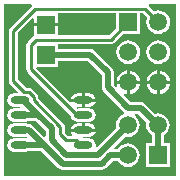
<source format=gbl>
G04 Layer_Physical_Order=2*
G04 Layer_Color=16711680*
%FSLAX44Y44*%
%MOMM*%
G71*
G01*
G75*
%ADD13C,0.5000*%
%ADD14C,0.2500*%
%ADD15R,1.5240X1.5240*%
%ADD16R,1.5000X1.5000*%
%ADD17C,1.5000*%
%ADD18C,1.0000*%
%ADD19O,1.6000X0.6000*%
G36*
X150000Y5000D02*
X5000D01*
Y150000D01*
X27834D01*
X28105Y149602D01*
X28323Y148730D01*
X9796Y130204D01*
X8968Y128963D01*
X8677Y127500D01*
Y85000D01*
X8968Y83537D01*
X9796Y82296D01*
X16262Y75831D01*
X15776Y74658D01*
X13000D01*
X10854Y74231D01*
X9035Y73015D01*
X7819Y71196D01*
X7392Y69050D01*
X7819Y66904D01*
X9035Y65085D01*
X10854Y63869D01*
X13000Y63442D01*
X18413D01*
X18557Y63228D01*
X17878Y61958D01*
X13000D01*
X10854Y61531D01*
X9035Y60315D01*
X7819Y58496D01*
X7392Y56350D01*
X7819Y54204D01*
X9035Y52385D01*
X10854Y51169D01*
X13000Y50742D01*
X23000D01*
X25146Y51169D01*
X25270Y51252D01*
X31538D01*
X39902Y42888D01*
Y38360D01*
X38729Y37874D01*
X29348Y47255D01*
X27694Y48360D01*
X25743Y48748D01*
X25270D01*
X25146Y48831D01*
X23000Y49258D01*
X13000D01*
X10854Y48831D01*
X9035Y47615D01*
X7819Y45796D01*
X7392Y43650D01*
X7819Y41504D01*
X9035Y39685D01*
X10854Y38469D01*
X13000Y38042D01*
X23000D01*
X23589Y38159D01*
X24048Y37644D01*
X23383Y36482D01*
X23000Y36558D01*
X13000D01*
X10854Y36131D01*
X9035Y34915D01*
X7819Y33096D01*
X7392Y30950D01*
X7819Y28804D01*
X9035Y26985D01*
X10854Y25769D01*
X13000Y25342D01*
X23000D01*
X25146Y25769D01*
X25270Y25852D01*
X36332D01*
X50789Y11395D01*
X52442Y10290D01*
X54393Y9902D01*
X87306D01*
X89257Y10290D01*
X90911Y11395D01*
X96918Y17402D01*
X100907D01*
X102468Y15368D01*
X104557Y13765D01*
X106989Y12758D01*
X109600Y12414D01*
X112211Y12758D01*
X114643Y13765D01*
X116732Y15368D01*
X118335Y17457D01*
X119342Y19890D01*
X119686Y22500D01*
X119342Y25111D01*
X118335Y27543D01*
X116732Y29632D01*
X114643Y31235D01*
X112211Y32243D01*
X109600Y32586D01*
X106989Y32243D01*
X104557Y31235D01*
X102468Y29632D01*
X100907Y27598D01*
X98167D01*
X97681Y28771D01*
X107058Y38149D01*
X109600Y37814D01*
X112211Y38157D01*
X114643Y39165D01*
X116732Y40768D01*
X118335Y42857D01*
X119342Y45290D01*
X119686Y47900D01*
X119342Y50511D01*
X118335Y52943D01*
X116732Y55032D01*
X115299Y56132D01*
X115730Y57402D01*
X118288D01*
X125248Y50442D01*
X124914Y47900D01*
X125257Y45290D01*
X126265Y42857D01*
X127868Y40768D01*
X129902Y39207D01*
Y32500D01*
X125000D01*
Y12500D01*
X145000D01*
Y32500D01*
X140098D01*
Y39207D01*
X142132Y40768D01*
X143735Y42857D01*
X144742Y45290D01*
X145086Y47900D01*
X144742Y50511D01*
X143735Y52943D01*
X142132Y55032D01*
X140043Y56635D01*
X137611Y57643D01*
X135000Y57986D01*
X132458Y57652D01*
X124005Y66105D01*
X122351Y67210D01*
X120400Y67598D01*
X112112D01*
X106161Y73549D01*
X106880Y74625D01*
X107379Y74419D01*
X108730Y74241D01*
Y82930D01*
X100041D01*
X100219Y81579D01*
X100425Y81080D01*
X99349Y80361D01*
X97598Y82112D01*
Y92500D01*
X97210Y94451D01*
X96105Y96105D01*
X81105Y111105D01*
X79451Y112210D01*
X77500Y112598D01*
X50120D01*
Y116177D01*
X95000D01*
X96463Y116468D01*
X97704Y117296D01*
X105407Y125000D01*
X120000D01*
Y142427D01*
X122566D01*
X126163Y138830D01*
X125658Y137611D01*
X125314Y135000D01*
X125658Y132390D01*
X126665Y129957D01*
X128268Y127868D01*
X130357Y126265D01*
X132790Y125258D01*
X135400Y124914D01*
X138011Y125258D01*
X140443Y126265D01*
X142532Y127868D01*
X144135Y129957D01*
X145143Y132390D01*
X145486Y135000D01*
X145143Y137611D01*
X144135Y140043D01*
X142532Y142132D01*
X140443Y143735D01*
X138011Y144743D01*
X135400Y145086D01*
X132790Y144743D01*
X131570Y144238D01*
X127078Y148730D01*
X127295Y149602D01*
X127566Y150000D01*
X150000D01*
Y5000D01*
D02*
G37*
G36*
X100000Y130407D02*
X93416Y123823D01*
X50160D01*
Y131630D01*
X40000D01*
X29840D01*
Y123186D01*
X29525Y122975D01*
X24796Y118247D01*
X23968Y117007D01*
X23677Y115544D01*
Y95000D01*
X23968Y93537D01*
X24796Y92296D01*
X61553Y55539D01*
X61819Y54204D01*
X63035Y52385D01*
X64854Y51169D01*
X67000Y50742D01*
X77000D01*
X79146Y51169D01*
X80965Y52385D01*
X82181Y54204D01*
X82608Y56350D01*
X82181Y58496D01*
X80965Y60315D01*
X79146Y61531D01*
X77000Y61958D01*
X67000D01*
X66669Y61892D01*
X66410Y62224D01*
X66874Y63151D01*
X67102Y63402D01*
X70730D01*
Y67780D01*
X60779D01*
X60354Y67553D01*
X31797Y96110D01*
X32323Y97380D01*
X50120D01*
Y102402D01*
X75388D01*
X87402Y90388D01*
Y80000D01*
X87790Y78049D01*
X88895Y76395D01*
X106395Y58895D01*
X106514Y58816D01*
X106369Y57386D01*
X104557Y56635D01*
X102468Y55032D01*
X100865Y52943D01*
X99857Y50511D01*
X99514Y47900D01*
X99848Y45358D01*
X83521Y29030D01*
X82350Y29656D01*
X82608Y30950D01*
X82181Y33096D01*
X80965Y34915D01*
X79146Y36131D01*
X77000Y36558D01*
X71082D01*
X70966Y36732D01*
X71645Y38002D01*
X77000D01*
X79161Y38432D01*
X80994Y39656D01*
X82218Y41489D01*
X82396Y42380D01*
X72000D01*
X61604D01*
X61781Y41489D01*
X62713Y40093D01*
X62140Y38823D01*
X59084D01*
X56323Y41584D01*
Y46339D01*
X56032Y47802D01*
X55204Y49042D01*
X33573Y70673D01*
Y71846D01*
X33282Y73309D01*
X32453Y74550D01*
X28500Y78504D01*
X27259Y79333D01*
X25796Y79624D01*
X23284D01*
X16323Y86584D01*
Y125916D01*
X28667Y138259D01*
X29840Y137773D01*
Y134170D01*
X40000D01*
X50160D01*
Y142427D01*
X100000D01*
Y130407D01*
D02*
G37*
%LPC*%
G36*
X77000Y74699D02*
X73270D01*
Y70320D01*
X82396D01*
X82218Y71212D01*
X80994Y73044D01*
X79161Y74269D01*
X77000Y74699D01*
D02*
G37*
G36*
X134130Y82930D02*
X125441D01*
X125619Y81579D01*
X126630Y79137D01*
X128240Y77040D01*
X130337Y75430D01*
X132779Y74419D01*
X134130Y74241D01*
Y82930D01*
D02*
G37*
G36*
X119960D02*
X111270D01*
Y74241D01*
X112621Y74419D01*
X115064Y75430D01*
X117161Y77040D01*
X118770Y79137D01*
X119782Y81579D01*
X119960Y82930D01*
D02*
G37*
G36*
X70730Y74699D02*
X67000D01*
X64838Y74269D01*
X63006Y73044D01*
X61781Y71212D01*
X61604Y70320D01*
X70730D01*
Y74699D01*
D02*
G37*
G36*
Y49299D02*
X67000D01*
X64838Y48869D01*
X63006Y47644D01*
X61781Y45812D01*
X61604Y44920D01*
X70730D01*
Y49299D01*
D02*
G37*
G36*
X77000D02*
X73270D01*
Y44920D01*
X82396D01*
X82218Y45812D01*
X80994Y47644D01*
X79161Y48869D01*
X77000Y49299D01*
D02*
G37*
G36*
X82396Y67780D02*
X73270D01*
Y63402D01*
X77000D01*
X79161Y63832D01*
X80994Y65056D01*
X82218Y66889D01*
X82396Y67780D01*
D02*
G37*
G36*
X136670Y94160D02*
Y85470D01*
X145360D01*
X145182Y86821D01*
X144170Y89264D01*
X142561Y91361D01*
X140464Y92970D01*
X138021Y93982D01*
X136670Y94160D01*
D02*
G37*
G36*
X110000Y119686D02*
X107390Y119343D01*
X104957Y118335D01*
X102868Y116732D01*
X101265Y114643D01*
X100258Y112211D01*
X99914Y109600D01*
X100258Y106990D01*
X101265Y104557D01*
X102868Y102468D01*
X104957Y100865D01*
X107390Y99858D01*
X110000Y99514D01*
X112611Y99858D01*
X115043Y100865D01*
X117132Y102468D01*
X118735Y104557D01*
X119743Y106990D01*
X120086Y109600D01*
X119743Y112211D01*
X118735Y114643D01*
X117132Y116732D01*
X115043Y118335D01*
X112611Y119343D01*
X110000Y119686D01*
D02*
G37*
G36*
X135400D02*
X132790Y119343D01*
X130357Y118335D01*
X128268Y116732D01*
X126665Y114643D01*
X125658Y112211D01*
X125314Y109600D01*
X125658Y106990D01*
X126665Y104557D01*
X128268Y102468D01*
X130357Y100865D01*
X132790Y99858D01*
X135400Y99514D01*
X138011Y99858D01*
X140443Y100865D01*
X142532Y102468D01*
X144135Y104557D01*
X145143Y106990D01*
X145486Y109600D01*
X145143Y112211D01*
X144135Y114643D01*
X142532Y116732D01*
X140443Y118335D01*
X138011Y119343D01*
X135400Y119686D01*
D02*
G37*
G36*
X111270Y94160D02*
Y85470D01*
X119960D01*
X119782Y86821D01*
X118770Y89264D01*
X117161Y91361D01*
X115064Y92970D01*
X112621Y93982D01*
X111270Y94160D01*
D02*
G37*
G36*
X145360Y82930D02*
X136670D01*
Y74241D01*
X138021Y74419D01*
X140464Y75430D01*
X142561Y77040D01*
X144170Y79137D01*
X145182Y81579D01*
X145360Y82930D01*
D02*
G37*
G36*
X108730Y94160D02*
X107379Y93982D01*
X104937Y92970D01*
X102840Y91361D01*
X101230Y89264D01*
X100219Y86821D01*
X100041Y85470D01*
X108730D01*
Y94160D01*
D02*
G37*
G36*
X134130D02*
X132779Y93982D01*
X130337Y92970D01*
X128240Y91361D01*
X126630Y89264D01*
X125619Y86821D01*
X125441Y85470D01*
X134130D01*
Y94160D01*
D02*
G37*
%LPD*%
D13*
X45000Y35000D02*
Y45000D01*
X33650Y56350D02*
X45000Y45000D01*
Y35000D02*
X57500Y22500D01*
X84200D02*
X109600Y47900D01*
X57500Y22500D02*
X84200D01*
X87306Y15000D02*
X94806Y22500D01*
X54393Y15000D02*
X87306D01*
X38443Y30950D02*
X54393Y15000D01*
X18000Y56350D02*
X33650D01*
X20950Y69050D02*
X33650Y56350D01*
X18000Y69050D02*
X20950D01*
X25743Y43650D02*
X38443Y30950D01*
X18000Y43650D02*
X25743D01*
X94806Y22500D02*
X109600D01*
X18000Y30950D02*
X38443D01*
X120400Y62500D02*
X135000Y47900D01*
X110000Y62500D02*
X120400D01*
X92500Y80000D02*
X110000Y62500D01*
X92500Y80000D02*
Y92500D01*
X77500Y107500D02*
X92500Y92500D01*
X40000Y107500D02*
X77500D01*
X135000Y22500D02*
Y47900D01*
D14*
X27500Y115544D02*
X32228Y120272D01*
X27500Y95000D02*
Y115544D01*
Y95000D02*
X66150Y56350D01*
X12500Y85000D02*
Y127500D01*
Y85000D02*
X21700Y75800D01*
X12500Y127500D02*
X31250Y146250D01*
X57500Y35000D02*
X66104D01*
X52500Y40000D02*
X57500Y35000D01*
X52500Y40000D02*
Y46339D01*
X66104Y35000D02*
X70154Y30950D01*
X29750Y69089D02*
X52500Y46339D01*
X29750Y69089D02*
Y71846D01*
X25796Y75800D02*
X29750Y71846D01*
X21700Y75800D02*
X25796D01*
X32500Y120000D02*
X95000D01*
X110000Y135000D01*
X66150Y56350D02*
X72000D01*
X31250Y146250D02*
X124150D01*
X135400Y135000D01*
X70154Y30950D02*
X72000D01*
D15*
X40000Y107500D02*
D03*
Y132900D02*
D03*
D16*
X135000Y22500D02*
D03*
X110000Y135000D02*
D03*
D17*
X109600Y22500D02*
D03*
X135000Y47900D02*
D03*
X109600D02*
D03*
X135400Y84200D02*
D03*
X110000D02*
D03*
X135400Y109600D02*
D03*
X110000D02*
D03*
X135400Y135000D02*
D03*
D18*
X70000Y95000D02*
D03*
D19*
X72000Y69050D02*
D03*
Y56350D02*
D03*
Y43650D02*
D03*
Y30950D02*
D03*
X18000Y69050D02*
D03*
Y56350D02*
D03*
Y43650D02*
D03*
Y30950D02*
D03*
M02*

</source>
